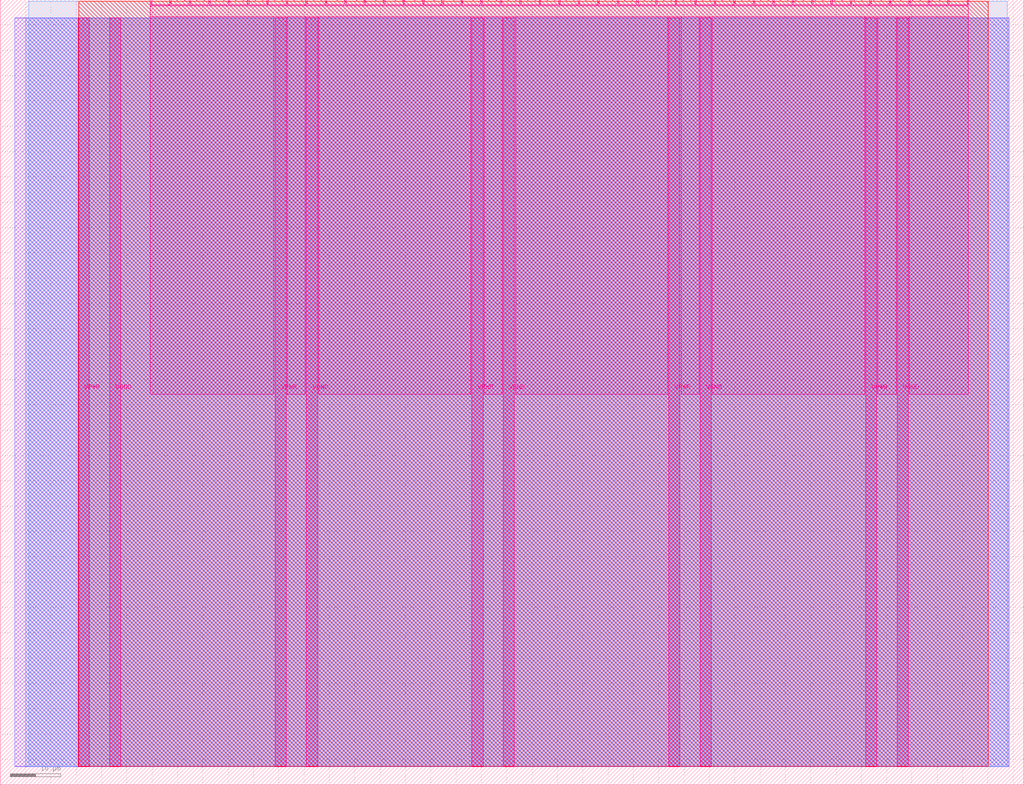
<source format=lef>
VERSION 5.7 ;
  NOWIREEXTENSIONATPIN ON ;
  DIVIDERCHAR "/" ;
  BUSBITCHARS "[]" ;
MACRO tt_um_alif_dual_unileak
  CLASS BLOCK ;
  FOREIGN tt_um_alif_dual_unileak ;
  ORIGIN 0.000 0.000 ;
  SIZE 202.080 BY 154.980 ;
  PIN VGND
    DIRECTION INOUT ;
    USE GROUND ;
    PORT
      LAYER Metal5 ;
        RECT 21.580 3.560 23.780 151.420 ;
    END
    PORT
      LAYER Metal5 ;
        RECT 60.450 3.560 62.650 151.420 ;
    END
    PORT
      LAYER Metal5 ;
        RECT 99.320 3.560 101.520 151.420 ;
    END
    PORT
      LAYER Metal5 ;
        RECT 138.190 3.560 140.390 151.420 ;
    END
    PORT
      LAYER Metal5 ;
        RECT 177.060 3.560 179.260 151.420 ;
    END
  END VGND
  PIN VPWR
    DIRECTION INOUT ;
    USE POWER ;
    PORT
      LAYER Metal5 ;
        RECT 15.380 3.560 17.580 151.420 ;
    END
    PORT
      LAYER Metal5 ;
        RECT 54.250 3.560 56.450 151.420 ;
    END
    PORT
      LAYER Metal5 ;
        RECT 93.120 3.560 95.320 151.420 ;
    END
    PORT
      LAYER Metal5 ;
        RECT 131.990 3.560 134.190 151.420 ;
    END
    PORT
      LAYER Metal5 ;
        RECT 170.860 3.560 173.060 151.420 ;
    END
  END VPWR
  PIN clk
    DIRECTION INPUT ;
    USE SIGNAL ;
    ANTENNAGATEAREA 0.213200 ;
    PORT
      LAYER Metal5 ;
        RECT 187.050 153.980 187.350 154.980 ;
    END
  END clk
  PIN ena
    DIRECTION INPUT ;
    USE SIGNAL ;
    ANTENNAGATEAREA 0.213200 ;
    PORT
      LAYER Metal5 ;
        RECT 190.890 153.980 191.190 154.980 ;
    END
  END ena
  PIN rst_n
    DIRECTION INPUT ;
    USE SIGNAL ;
    ANTENNAGATEAREA 0.426400 ;
    PORT
      LAYER Metal5 ;
        RECT 183.210 153.980 183.510 154.980 ;
    END
  END rst_n
  PIN ui_in[0]
    DIRECTION INPUT ;
    USE SIGNAL ;
    ANTENNAGATEAREA 0.180700 ;
    PORT
      LAYER Metal5 ;
        RECT 179.370 153.980 179.670 154.980 ;
    END
  END ui_in[0]
  PIN ui_in[1]
    DIRECTION INPUT ;
    USE SIGNAL ;
    ANTENNAGATEAREA 0.213200 ;
    PORT
      LAYER Metal5 ;
        RECT 175.530 153.980 175.830 154.980 ;
    END
  END ui_in[1]
  PIN ui_in[2]
    DIRECTION INPUT ;
    USE SIGNAL ;
    ANTENNAGATEAREA 0.213200 ;
    PORT
      LAYER Metal5 ;
        RECT 171.690 153.980 171.990 154.980 ;
    END
  END ui_in[2]
  PIN ui_in[3]
    DIRECTION INPUT ;
    USE SIGNAL ;
    ANTENNAGATEAREA 0.213200 ;
    PORT
      LAYER Metal5 ;
        RECT 167.850 153.980 168.150 154.980 ;
    END
  END ui_in[3]
  PIN ui_in[4]
    DIRECTION INPUT ;
    USE SIGNAL ;
    ANTENNAGATEAREA 0.213200 ;
    PORT
      LAYER Metal5 ;
        RECT 164.010 153.980 164.310 154.980 ;
    END
  END ui_in[4]
  PIN ui_in[5]
    DIRECTION INPUT ;
    USE SIGNAL ;
    ANTENNAGATEAREA 0.180700 ;
    PORT
      LAYER Metal5 ;
        RECT 160.170 153.980 160.470 154.980 ;
    END
  END ui_in[5]
  PIN ui_in[6]
    DIRECTION INPUT ;
    USE SIGNAL ;
    ANTENNAGATEAREA 0.213200 ;
    PORT
      LAYER Metal5 ;
        RECT 156.330 153.980 156.630 154.980 ;
    END
  END ui_in[6]
  PIN ui_in[7]
    DIRECTION INPUT ;
    USE SIGNAL ;
    ANTENNAGATEAREA 0.180700 ;
    PORT
      LAYER Metal5 ;
        RECT 152.490 153.980 152.790 154.980 ;
    END
  END ui_in[7]
  PIN uio_in[0]
    DIRECTION INPUT ;
    USE SIGNAL ;
    ANTENNAGATEAREA 0.213200 ;
    PORT
      LAYER Metal5 ;
        RECT 148.650 153.980 148.950 154.980 ;
    END
  END uio_in[0]
  PIN uio_in[1]
    DIRECTION INPUT ;
    USE SIGNAL ;
    PORT
      LAYER Metal5 ;
        RECT 144.810 153.980 145.110 154.980 ;
    END
  END uio_in[1]
  PIN uio_in[2]
    DIRECTION INPUT ;
    USE SIGNAL ;
    PORT
      LAYER Metal5 ;
        RECT 140.970 153.980 141.270 154.980 ;
    END
  END uio_in[2]
  PIN uio_in[3]
    DIRECTION INPUT ;
    USE SIGNAL ;
    PORT
      LAYER Metal5 ;
        RECT 137.130 153.980 137.430 154.980 ;
    END
  END uio_in[3]
  PIN uio_in[4]
    DIRECTION INPUT ;
    USE SIGNAL ;
    PORT
      LAYER Metal5 ;
        RECT 133.290 153.980 133.590 154.980 ;
    END
  END uio_in[4]
  PIN uio_in[5]
    DIRECTION INPUT ;
    USE SIGNAL ;
    PORT
      LAYER Metal5 ;
        RECT 129.450 153.980 129.750 154.980 ;
    END
  END uio_in[5]
  PIN uio_in[6]
    DIRECTION INPUT ;
    USE SIGNAL ;
    PORT
      LAYER Metal5 ;
        RECT 125.610 153.980 125.910 154.980 ;
    END
  END uio_in[6]
  PIN uio_in[7]
    DIRECTION INPUT ;
    USE SIGNAL ;
    PORT
      LAYER Metal5 ;
        RECT 121.770 153.980 122.070 154.980 ;
    END
  END uio_in[7]
  PIN uio_oe[0]
    DIRECTION OUTPUT ;
    USE SIGNAL ;
    ANTENNADIFFAREA 0.392700 ;
    PORT
      LAYER Metal5 ;
        RECT 56.490 153.980 56.790 154.980 ;
    END
  END uio_oe[0]
  PIN uio_oe[1]
    DIRECTION OUTPUT ;
    USE SIGNAL ;
    ANTENNADIFFAREA 0.299200 ;
    PORT
      LAYER Metal5 ;
        RECT 52.650 153.980 52.950 154.980 ;
    END
  END uio_oe[1]
  PIN uio_oe[2]
    DIRECTION OUTPUT ;
    USE SIGNAL ;
    ANTENNADIFFAREA 0.299200 ;
    PORT
      LAYER Metal5 ;
        RECT 48.810 153.980 49.110 154.980 ;
    END
  END uio_oe[2]
  PIN uio_oe[3]
    DIRECTION OUTPUT ;
    USE SIGNAL ;
    ANTENNADIFFAREA 0.299200 ;
    PORT
      LAYER Metal5 ;
        RECT 44.970 153.980 45.270 154.980 ;
    END
  END uio_oe[3]
  PIN uio_oe[4]
    DIRECTION OUTPUT ;
    USE SIGNAL ;
    ANTENNADIFFAREA 0.299200 ;
    PORT
      LAYER Metal5 ;
        RECT 41.130 153.980 41.430 154.980 ;
    END
  END uio_oe[4]
  PIN uio_oe[5]
    DIRECTION OUTPUT ;
    USE SIGNAL ;
    ANTENNADIFFAREA 0.299200 ;
    PORT
      LAYER Metal5 ;
        RECT 37.290 153.980 37.590 154.980 ;
    END
  END uio_oe[5]
  PIN uio_oe[6]
    DIRECTION OUTPUT ;
    USE SIGNAL ;
    ANTENNADIFFAREA 0.299200 ;
    PORT
      LAYER Metal5 ;
        RECT 33.450 153.980 33.750 154.980 ;
    END
  END uio_oe[6]
  PIN uio_oe[7]
    DIRECTION OUTPUT ;
    USE SIGNAL ;
    ANTENNADIFFAREA 0.299200 ;
    PORT
      LAYER Metal5 ;
        RECT 29.610 153.980 29.910 154.980 ;
    END
  END uio_oe[7]
  PIN uio_out[0]
    DIRECTION OUTPUT ;
    USE SIGNAL ;
    ANTENNADIFFAREA 0.706800 ;
    PORT
      LAYER Metal5 ;
        RECT 87.210 153.980 87.510 154.980 ;
    END
  END uio_out[0]
  PIN uio_out[1]
    DIRECTION OUTPUT ;
    USE SIGNAL ;
    ANTENNADIFFAREA 0.299200 ;
    PORT
      LAYER Metal5 ;
        RECT 83.370 153.980 83.670 154.980 ;
    END
  END uio_out[1]
  PIN uio_out[2]
    DIRECTION OUTPUT ;
    USE SIGNAL ;
    ANTENNADIFFAREA 0.299200 ;
    PORT
      LAYER Metal5 ;
        RECT 79.530 153.980 79.830 154.980 ;
    END
  END uio_out[2]
  PIN uio_out[3]
    DIRECTION OUTPUT ;
    USE SIGNAL ;
    ANTENNADIFFAREA 0.299200 ;
    PORT
      LAYER Metal5 ;
        RECT 75.690 153.980 75.990 154.980 ;
    END
  END uio_out[3]
  PIN uio_out[4]
    DIRECTION OUTPUT ;
    USE SIGNAL ;
    ANTENNADIFFAREA 0.299200 ;
    PORT
      LAYER Metal5 ;
        RECT 71.850 153.980 72.150 154.980 ;
    END
  END uio_out[4]
  PIN uio_out[5]
    DIRECTION OUTPUT ;
    USE SIGNAL ;
    ANTENNADIFFAREA 0.299200 ;
    PORT
      LAYER Metal5 ;
        RECT 68.010 153.980 68.310 154.980 ;
    END
  END uio_out[5]
  PIN uio_out[6]
    DIRECTION OUTPUT ;
    USE SIGNAL ;
    ANTENNADIFFAREA 0.299200 ;
    PORT
      LAYER Metal5 ;
        RECT 64.170 153.980 64.470 154.980 ;
    END
  END uio_out[6]
  PIN uio_out[7]
    DIRECTION OUTPUT ;
    USE SIGNAL ;
    ANTENNADIFFAREA 0.299200 ;
    PORT
      LAYER Metal5 ;
        RECT 60.330 153.980 60.630 154.980 ;
    END
  END uio_out[7]
  PIN uo_out[0]
    DIRECTION OUTPUT ;
    USE SIGNAL ;
    ANTENNADIFFAREA 0.706800 ;
    PORT
      LAYER Metal5 ;
        RECT 117.930 153.980 118.230 154.980 ;
    END
  END uo_out[0]
  PIN uo_out[1]
    DIRECTION OUTPUT ;
    USE SIGNAL ;
    ANTENNADIFFAREA 0.662000 ;
    PORT
      LAYER Metal5 ;
        RECT 114.090 153.980 114.390 154.980 ;
    END
  END uo_out[1]
  PIN uo_out[2]
    DIRECTION OUTPUT ;
    USE SIGNAL ;
    ANTENNADIFFAREA 0.662000 ;
    PORT
      LAYER Metal5 ;
        RECT 110.250 153.980 110.550 154.980 ;
    END
  END uo_out[2]
  PIN uo_out[3]
    DIRECTION OUTPUT ;
    USE SIGNAL ;
    ANTENNADIFFAREA 0.662000 ;
    PORT
      LAYER Metal5 ;
        RECT 106.410 153.980 106.710 154.980 ;
    END
  END uo_out[3]
  PIN uo_out[4]
    DIRECTION OUTPUT ;
    USE SIGNAL ;
    ANTENNADIFFAREA 0.662000 ;
    PORT
      LAYER Metal5 ;
        RECT 102.570 153.980 102.870 154.980 ;
    END
  END uo_out[4]
  PIN uo_out[5]
    DIRECTION OUTPUT ;
    USE SIGNAL ;
    ANTENNADIFFAREA 0.662000 ;
    PORT
      LAYER Metal5 ;
        RECT 98.730 153.980 99.030 154.980 ;
    END
  END uo_out[5]
  PIN uo_out[6]
    DIRECTION OUTPUT ;
    USE SIGNAL ;
    ANTENNADIFFAREA 0.662000 ;
    PORT
      LAYER Metal5 ;
        RECT 94.890 153.980 95.190 154.980 ;
    END
  END uo_out[6]
  PIN uo_out[7]
    DIRECTION OUTPUT ;
    USE SIGNAL ;
    ANTENNADIFFAREA 0.662000 ;
    PORT
      LAYER Metal5 ;
        RECT 91.050 153.980 91.350 154.980 ;
    END
  END uo_out[7]
  OBS
      LAYER GatPoly ;
        RECT 2.880 3.630 199.200 151.350 ;
      LAYER Metal1 ;
        RECT 2.880 3.560 199.200 151.420 ;
      LAYER Metal2 ;
        RECT 5.005 3.680 198.995 151.300 ;
      LAYER Metal3 ;
        RECT 5.660 3.635 198.820 154.705 ;
      LAYER Metal4 ;
        RECT 15.515 3.680 195.025 154.660 ;
      LAYER Metal5 ;
        RECT 30.120 153.770 33.240 153.980 ;
        RECT 33.960 153.770 37.080 153.980 ;
        RECT 37.800 153.770 40.920 153.980 ;
        RECT 41.640 153.770 44.760 153.980 ;
        RECT 45.480 153.770 48.600 153.980 ;
        RECT 49.320 153.770 52.440 153.980 ;
        RECT 53.160 153.770 56.280 153.980 ;
        RECT 57.000 153.770 60.120 153.980 ;
        RECT 60.840 153.770 63.960 153.980 ;
        RECT 64.680 153.770 67.800 153.980 ;
        RECT 68.520 153.770 71.640 153.980 ;
        RECT 72.360 153.770 75.480 153.980 ;
        RECT 76.200 153.770 79.320 153.980 ;
        RECT 80.040 153.770 83.160 153.980 ;
        RECT 83.880 153.770 87.000 153.980 ;
        RECT 87.720 153.770 90.840 153.980 ;
        RECT 91.560 153.770 94.680 153.980 ;
        RECT 95.400 153.770 98.520 153.980 ;
        RECT 99.240 153.770 102.360 153.980 ;
        RECT 103.080 153.770 106.200 153.980 ;
        RECT 106.920 153.770 110.040 153.980 ;
        RECT 110.760 153.770 113.880 153.980 ;
        RECT 114.600 153.770 117.720 153.980 ;
        RECT 118.440 153.770 121.560 153.980 ;
        RECT 122.280 153.770 125.400 153.980 ;
        RECT 126.120 153.770 129.240 153.980 ;
        RECT 129.960 153.770 133.080 153.980 ;
        RECT 133.800 153.770 136.920 153.980 ;
        RECT 137.640 153.770 140.760 153.980 ;
        RECT 141.480 153.770 144.600 153.980 ;
        RECT 145.320 153.770 148.440 153.980 ;
        RECT 149.160 153.770 152.280 153.980 ;
        RECT 153.000 153.770 156.120 153.980 ;
        RECT 156.840 153.770 159.960 153.980 ;
        RECT 160.680 153.770 163.800 153.980 ;
        RECT 164.520 153.770 167.640 153.980 ;
        RECT 168.360 153.770 171.480 153.980 ;
        RECT 172.200 153.770 175.320 153.980 ;
        RECT 176.040 153.770 179.160 153.980 ;
        RECT 179.880 153.770 183.000 153.980 ;
        RECT 183.720 153.770 186.840 153.980 ;
        RECT 187.560 153.770 190.680 153.980 ;
        RECT 29.660 151.630 191.140 153.770 ;
        RECT 29.660 77.135 54.040 151.630 ;
        RECT 56.660 77.135 60.240 151.630 ;
        RECT 62.860 77.135 92.910 151.630 ;
        RECT 95.530 77.135 99.110 151.630 ;
        RECT 101.730 77.135 131.780 151.630 ;
        RECT 134.400 77.135 137.980 151.630 ;
        RECT 140.600 77.135 170.650 151.630 ;
        RECT 173.270 77.135 176.850 151.630 ;
        RECT 179.470 77.135 191.140 151.630 ;
  END
END tt_um_alif_dual_unileak
END LIBRARY


</source>
